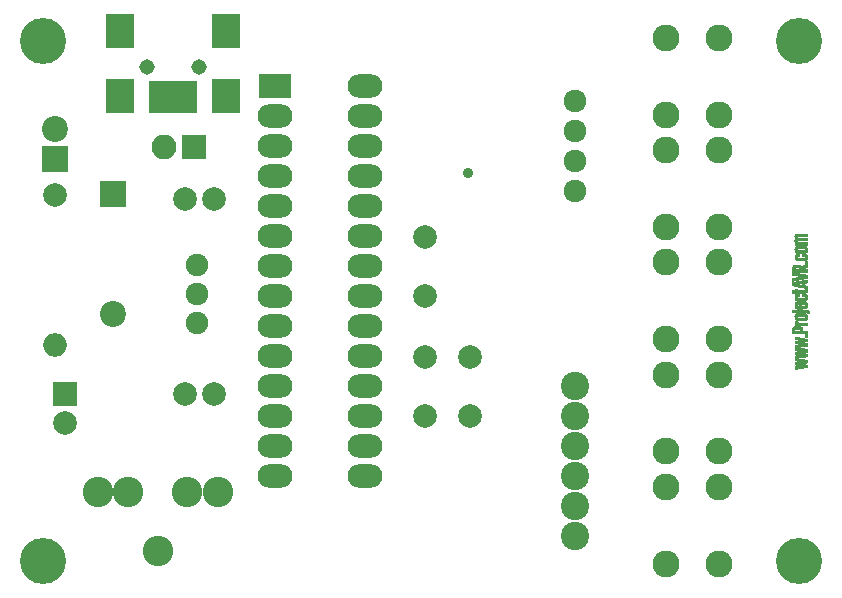
<source format=gts>
G04 #@! TF.FileFunction,Soldermask,Top*
%FSLAX46Y46*%
G04 Gerber Fmt 4.6, Leading zero omitted, Abs format (unit mm)*
G04 Created by KiCad (PCBNEW 4.0.5) date 07/20/17 14:13:58*
%MOMM*%
%LPD*%
G01*
G04 APERTURE LIST*
%ADD10C,0.100000*%
%ADD11C,0.010000*%
%ADD12C,2.000000*%
%ADD13R,2.000000X2.000000*%
%ADD14R,2.200000X2.200000*%
%ADD15C,2.200000*%
%ADD16C,1.924000*%
%ADD17R,2.800000X2.000000*%
%ADD18O,2.940000X2.000000*%
%ADD19R,2.398980X2.899360*%
%ADD20C,1.309320*%
%ADD21R,0.900380X2.701240*%
%ADD22R,2.100000X2.100000*%
%ADD23O,2.100000X2.100000*%
%ADD24C,1.900000*%
%ADD25O,2.000000X2.000000*%
%ADD26C,2.279600*%
%ADD27C,2.400000*%
%ADD28C,2.581860*%
%ADD29C,3.900000*%
%ADD30C,0.880000*%
G04 APERTURE END LIST*
D10*
D11*
G36*
X179173591Y-102746125D02*
X179308231Y-102746567D01*
X179431796Y-102747827D01*
X179540578Y-102749809D01*
X179630870Y-102752414D01*
X179698966Y-102755546D01*
X179741158Y-102759107D01*
X179752268Y-102761318D01*
X179795841Y-102793942D01*
X179826409Y-102850119D01*
X179840719Y-102923186D01*
X179841375Y-102943775D01*
X179841375Y-103016000D01*
X179778433Y-103016000D01*
X179730387Y-103010627D01*
X179703405Y-102992065D01*
X179698500Y-102984250D01*
X179692809Y-102975594D01*
X179683801Y-102968673D01*
X179668181Y-102963292D01*
X179642652Y-102959259D01*
X179603917Y-102956379D01*
X179548680Y-102954459D01*
X179473645Y-102953305D01*
X179375515Y-102952724D01*
X179250994Y-102952521D01*
X179158191Y-102952500D01*
X178634875Y-102952500D01*
X178634875Y-102746125D01*
X179173591Y-102746125D01*
X179173591Y-102746125D01*
G37*
X179173591Y-102746125D02*
X179308231Y-102746567D01*
X179431796Y-102747827D01*
X179540578Y-102749809D01*
X179630870Y-102752414D01*
X179698966Y-102755546D01*
X179741158Y-102759107D01*
X179752268Y-102761318D01*
X179795841Y-102793942D01*
X179826409Y-102850119D01*
X179840719Y-102923186D01*
X179841375Y-102943775D01*
X179841375Y-103016000D01*
X179778433Y-103016000D01*
X179730387Y-103010627D01*
X179703405Y-102992065D01*
X179698500Y-102984250D01*
X179692809Y-102975594D01*
X179683801Y-102968673D01*
X179668181Y-102963292D01*
X179642652Y-102959259D01*
X179603917Y-102956379D01*
X179548680Y-102954459D01*
X179473645Y-102953305D01*
X179375515Y-102952724D01*
X179250994Y-102952521D01*
X179158191Y-102952500D01*
X178634875Y-102952500D01*
X178634875Y-102746125D01*
X179173591Y-102746125D01*
G36*
X178634055Y-103224300D02*
X178673141Y-103149212D01*
X178712584Y-103107151D01*
X178746841Y-103081904D01*
X178784831Y-103062881D01*
X178831477Y-103049252D01*
X178891697Y-103040190D01*
X178970413Y-103034867D01*
X179072544Y-103032454D01*
X179158750Y-103032053D01*
X179254097Y-103032982D01*
X179342497Y-103035556D01*
X179417328Y-103039451D01*
X179471967Y-103044347D01*
X179495600Y-103048449D01*
X179568123Y-103081476D01*
X179631328Y-103133628D01*
X179674456Y-103195833D01*
X179676846Y-103201281D01*
X179692332Y-103263072D01*
X179697086Y-103338631D01*
X179691155Y-103413066D01*
X179675999Y-103468438D01*
X179636699Y-103528552D01*
X179580108Y-103582539D01*
X179519053Y-103618172D01*
X179518872Y-103618241D01*
X179487605Y-103623940D01*
X179429176Y-103628688D01*
X179348165Y-103632273D01*
X179249153Y-103634484D01*
X179155991Y-103635100D01*
X179155991Y-103428750D01*
X179265153Y-103428423D01*
X179346992Y-103427212D01*
X179405933Y-103424774D01*
X179446398Y-103420767D01*
X179472811Y-103414847D01*
X179489596Y-103406671D01*
X179494843Y-103402478D01*
X179519690Y-103361640D01*
X179521168Y-103314109D01*
X179499850Y-103272658D01*
X179488592Y-103262963D01*
X179470297Y-103253915D01*
X179442029Y-103247288D01*
X179399298Y-103242745D01*
X179337612Y-103239951D01*
X179252480Y-103238568D01*
X179158750Y-103238250D01*
X179050257Y-103238702D01*
X178969013Y-103240279D01*
X178910527Y-103243320D01*
X178870306Y-103248161D01*
X178843860Y-103255137D01*
X178828907Y-103262963D01*
X178800291Y-103300162D01*
X178795375Y-103347654D01*
X178814926Y-103393773D01*
X178819897Y-103399719D01*
X178831609Y-103409786D01*
X178848904Y-103417235D01*
X178876264Y-103422453D01*
X178918167Y-103425826D01*
X178979092Y-103427741D01*
X179063518Y-103428585D01*
X179155991Y-103428750D01*
X179155991Y-103635100D01*
X179152275Y-103635125D01*
X179042550Y-103634943D01*
X178959561Y-103634084D01*
X178898295Y-103632079D01*
X178853737Y-103628460D01*
X178820876Y-103622757D01*
X178794697Y-103614503D01*
X178770187Y-103603229D01*
X178761240Y-103598570D01*
X178695070Y-103546928D01*
X178648582Y-103476763D01*
X178622461Y-103394992D01*
X178617390Y-103308532D01*
X178634055Y-103224300D01*
X178634055Y-103224300D01*
G37*
X178634055Y-103224300D02*
X178673141Y-103149212D01*
X178712584Y-103107151D01*
X178746841Y-103081904D01*
X178784831Y-103062881D01*
X178831477Y-103049252D01*
X178891697Y-103040190D01*
X178970413Y-103034867D01*
X179072544Y-103032454D01*
X179158750Y-103032053D01*
X179254097Y-103032982D01*
X179342497Y-103035556D01*
X179417328Y-103039451D01*
X179471967Y-103044347D01*
X179495600Y-103048449D01*
X179568123Y-103081476D01*
X179631328Y-103133628D01*
X179674456Y-103195833D01*
X179676846Y-103201281D01*
X179692332Y-103263072D01*
X179697086Y-103338631D01*
X179691155Y-103413066D01*
X179675999Y-103468438D01*
X179636699Y-103528552D01*
X179580108Y-103582539D01*
X179519053Y-103618172D01*
X179518872Y-103618241D01*
X179487605Y-103623940D01*
X179429176Y-103628688D01*
X179348165Y-103632273D01*
X179249153Y-103634484D01*
X179155991Y-103635100D01*
X179155991Y-103428750D01*
X179265153Y-103428423D01*
X179346992Y-103427212D01*
X179405933Y-103424774D01*
X179446398Y-103420767D01*
X179472811Y-103414847D01*
X179489596Y-103406671D01*
X179494843Y-103402478D01*
X179519690Y-103361640D01*
X179521168Y-103314109D01*
X179499850Y-103272658D01*
X179488592Y-103262963D01*
X179470297Y-103253915D01*
X179442029Y-103247288D01*
X179399298Y-103242745D01*
X179337612Y-103239951D01*
X179252480Y-103238568D01*
X179158750Y-103238250D01*
X179050257Y-103238702D01*
X178969013Y-103240279D01*
X178910527Y-103243320D01*
X178870306Y-103248161D01*
X178843860Y-103255137D01*
X178828907Y-103262963D01*
X178800291Y-103300162D01*
X178795375Y-103347654D01*
X178814926Y-103393773D01*
X178819897Y-103399719D01*
X178831609Y-103409786D01*
X178848904Y-103417235D01*
X178876264Y-103422453D01*
X178918167Y-103425826D01*
X178979092Y-103427741D01*
X179063518Y-103428585D01*
X179155991Y-103428750D01*
X179155991Y-103635100D01*
X179152275Y-103635125D01*
X179042550Y-103634943D01*
X178959561Y-103634084D01*
X178898295Y-103632079D01*
X178853737Y-103628460D01*
X178820876Y-103622757D01*
X178794697Y-103614503D01*
X178770187Y-103603229D01*
X178761240Y-103598570D01*
X178695070Y-103546928D01*
X178648582Y-103476763D01*
X178622461Y-103394992D01*
X178617390Y-103308532D01*
X178634055Y-103224300D01*
G36*
X178632763Y-102247207D02*
X178657503Y-102184778D01*
X178701576Y-102132483D01*
X178736175Y-102104169D01*
X178759114Y-102089999D01*
X178787644Y-102080146D01*
X178828205Y-102073595D01*
X178887239Y-102069331D01*
X178971186Y-102066339D01*
X178977288Y-102066175D01*
X179174625Y-102060911D01*
X179174625Y-102444500D01*
X179313967Y-102444500D01*
X179402791Y-102441218D01*
X179464281Y-102430206D01*
X179502283Y-102409721D01*
X179520644Y-102378015D01*
X179523875Y-102349250D01*
X179511792Y-102302595D01*
X179474649Y-102271897D01*
X179411096Y-102256369D01*
X179361592Y-102254000D01*
X179269875Y-102254000D01*
X179269875Y-102060242D01*
X179403660Y-102065840D01*
X179488335Y-102072849D01*
X179550372Y-102088238D01*
X179598573Y-102115972D01*
X179641744Y-102160017D01*
X179657341Y-102180083D01*
X179682358Y-102234383D01*
X179695245Y-102306707D01*
X179695630Y-102385587D01*
X179683143Y-102459554D01*
X179667695Y-102500063D01*
X179632459Y-102550915D01*
X179586639Y-102596003D01*
X179576774Y-102603250D01*
X179556550Y-102616324D01*
X179536432Y-102626229D01*
X179511777Y-102633482D01*
X179477944Y-102638596D01*
X179430293Y-102642086D01*
X179364182Y-102644467D01*
X179274969Y-102646254D01*
X179175840Y-102647713D01*
X179062796Y-102649166D01*
X178976705Y-102649702D01*
X178938960Y-102649253D01*
X178938960Y-102444500D01*
X179031750Y-102444500D01*
X179031750Y-102249591D01*
X178935906Y-102258282D01*
X178864950Y-102268672D01*
X178820755Y-102286197D01*
X178798618Y-102313757D01*
X178793625Y-102345976D01*
X178803676Y-102395200D01*
X178835640Y-102426631D01*
X178892228Y-102442107D01*
X178938960Y-102444500D01*
X178938960Y-102649253D01*
X178912771Y-102648941D01*
X178866201Y-102646506D01*
X178832202Y-102642019D01*
X178805979Y-102635101D01*
X178782739Y-102625375D01*
X178762712Y-102615126D01*
X178691427Y-102562463D01*
X178645313Y-102492404D01*
X178623531Y-102403246D01*
X178622238Y-102329914D01*
X178632763Y-102247207D01*
X178632763Y-102247207D01*
G37*
X178632763Y-102247207D02*
X178657503Y-102184778D01*
X178701576Y-102132483D01*
X178736175Y-102104169D01*
X178759114Y-102089999D01*
X178787644Y-102080146D01*
X178828205Y-102073595D01*
X178887239Y-102069331D01*
X178971186Y-102066339D01*
X178977288Y-102066175D01*
X179174625Y-102060911D01*
X179174625Y-102444500D01*
X179313967Y-102444500D01*
X179402791Y-102441218D01*
X179464281Y-102430206D01*
X179502283Y-102409721D01*
X179520644Y-102378015D01*
X179523875Y-102349250D01*
X179511792Y-102302595D01*
X179474649Y-102271897D01*
X179411096Y-102256369D01*
X179361592Y-102254000D01*
X179269875Y-102254000D01*
X179269875Y-102060242D01*
X179403660Y-102065840D01*
X179488335Y-102072849D01*
X179550372Y-102088238D01*
X179598573Y-102115972D01*
X179641744Y-102160017D01*
X179657341Y-102180083D01*
X179682358Y-102234383D01*
X179695245Y-102306707D01*
X179695630Y-102385587D01*
X179683143Y-102459554D01*
X179667695Y-102500063D01*
X179632459Y-102550915D01*
X179586639Y-102596003D01*
X179576774Y-102603250D01*
X179556550Y-102616324D01*
X179536432Y-102626229D01*
X179511777Y-102633482D01*
X179477944Y-102638596D01*
X179430293Y-102642086D01*
X179364182Y-102644467D01*
X179274969Y-102646254D01*
X179175840Y-102647713D01*
X179062796Y-102649166D01*
X178976705Y-102649702D01*
X178938960Y-102649253D01*
X178938960Y-102444500D01*
X179031750Y-102444500D01*
X179031750Y-102249591D01*
X178935906Y-102258282D01*
X178864950Y-102268672D01*
X178820755Y-102286197D01*
X178798618Y-102313757D01*
X178793625Y-102345976D01*
X178803676Y-102395200D01*
X178835640Y-102426631D01*
X178892228Y-102442107D01*
X178938960Y-102444500D01*
X178938960Y-102649253D01*
X178912771Y-102648941D01*
X178866201Y-102646506D01*
X178832202Y-102642019D01*
X178805979Y-102635101D01*
X178782739Y-102625375D01*
X178762712Y-102615126D01*
X178691427Y-102562463D01*
X178645313Y-102492404D01*
X178623531Y-102403246D01*
X178622238Y-102329914D01*
X178632763Y-102247207D01*
G36*
X178637750Y-101565402D02*
X178673550Y-101491530D01*
X178731142Y-101440063D01*
X178812030Y-101409518D01*
X178889382Y-101399418D01*
X179000000Y-101393168D01*
X179000000Y-101603125D01*
X178915862Y-101603125D01*
X178851871Y-101607930D01*
X178813585Y-101624474D01*
X178796128Y-101655949D01*
X178793625Y-101683215D01*
X178795780Y-101713767D01*
X178804781Y-101736960D01*
X178824432Y-101753795D01*
X178858536Y-101765275D01*
X178910897Y-101772402D01*
X178985318Y-101776178D01*
X179085603Y-101777604D01*
X179152498Y-101777750D01*
X179270972Y-101777106D01*
X179361423Y-101774538D01*
X179427563Y-101769095D01*
X179473104Y-101759824D01*
X179501758Y-101745773D01*
X179517237Y-101725990D01*
X179523253Y-101699524D01*
X179523875Y-101682500D01*
X179511792Y-101635845D01*
X179474649Y-101605147D01*
X179411096Y-101589619D01*
X179361592Y-101587250D01*
X179269875Y-101587250D01*
X179269875Y-101393492D01*
X179403660Y-101399090D01*
X179488335Y-101406099D01*
X179550372Y-101421488D01*
X179598573Y-101449222D01*
X179641744Y-101493267D01*
X179657341Y-101513333D01*
X179682358Y-101567633D01*
X179695245Y-101639957D01*
X179695630Y-101718837D01*
X179683143Y-101792804D01*
X179667695Y-101833313D01*
X179632459Y-101884165D01*
X179586639Y-101929253D01*
X179576774Y-101936500D01*
X179556550Y-101949574D01*
X179536432Y-101959479D01*
X179511777Y-101966732D01*
X179477944Y-101971846D01*
X179430293Y-101975336D01*
X179364182Y-101977717D01*
X179274969Y-101979504D01*
X179175840Y-101980963D01*
X179062796Y-101982416D01*
X178976705Y-101982952D01*
X178912771Y-101982191D01*
X178866201Y-101979756D01*
X178832202Y-101975269D01*
X178805979Y-101968351D01*
X178782739Y-101958625D01*
X178762712Y-101948376D01*
X178691427Y-101895713D01*
X178645313Y-101825654D01*
X178623531Y-101736496D01*
X178622238Y-101663164D01*
X178637750Y-101565402D01*
X178637750Y-101565402D01*
G37*
X178637750Y-101565402D02*
X178673550Y-101491530D01*
X178731142Y-101440063D01*
X178812030Y-101409518D01*
X178889382Y-101399418D01*
X179000000Y-101393168D01*
X179000000Y-101603125D01*
X178915862Y-101603125D01*
X178851871Y-101607930D01*
X178813585Y-101624474D01*
X178796128Y-101655949D01*
X178793625Y-101683215D01*
X178795780Y-101713767D01*
X178804781Y-101736960D01*
X178824432Y-101753795D01*
X178858536Y-101765275D01*
X178910897Y-101772402D01*
X178985318Y-101776178D01*
X179085603Y-101777604D01*
X179152498Y-101777750D01*
X179270972Y-101777106D01*
X179361423Y-101774538D01*
X179427563Y-101769095D01*
X179473104Y-101759824D01*
X179501758Y-101745773D01*
X179517237Y-101725990D01*
X179523253Y-101699524D01*
X179523875Y-101682500D01*
X179511792Y-101635845D01*
X179474649Y-101605147D01*
X179411096Y-101589619D01*
X179361592Y-101587250D01*
X179269875Y-101587250D01*
X179269875Y-101393492D01*
X179403660Y-101399090D01*
X179488335Y-101406099D01*
X179550372Y-101421488D01*
X179598573Y-101449222D01*
X179641744Y-101493267D01*
X179657341Y-101513333D01*
X179682358Y-101567633D01*
X179695245Y-101639957D01*
X179695630Y-101718837D01*
X179683143Y-101792804D01*
X179667695Y-101833313D01*
X179632459Y-101884165D01*
X179586639Y-101929253D01*
X179576774Y-101936500D01*
X179556550Y-101949574D01*
X179536432Y-101959479D01*
X179511777Y-101966732D01*
X179477944Y-101971846D01*
X179430293Y-101975336D01*
X179364182Y-101977717D01*
X179274969Y-101979504D01*
X179175840Y-101980963D01*
X179062796Y-101982416D01*
X178976705Y-101982952D01*
X178912771Y-101982191D01*
X178866201Y-101979756D01*
X178832202Y-101975269D01*
X178805979Y-101968351D01*
X178782739Y-101958625D01*
X178762712Y-101948376D01*
X178691427Y-101895713D01*
X178645313Y-101825654D01*
X178623531Y-101736496D01*
X178622238Y-101663164D01*
X178637750Y-101565402D01*
G36*
X178637750Y-98152277D02*
X178673550Y-98078405D01*
X178731142Y-98026938D01*
X178812030Y-97996393D01*
X178889382Y-97986293D01*
X179000000Y-97980043D01*
X179000000Y-98190000D01*
X178915862Y-98190000D01*
X178851871Y-98194805D01*
X178813585Y-98211349D01*
X178796128Y-98242824D01*
X178793625Y-98270090D01*
X178795780Y-98300642D01*
X178804781Y-98323835D01*
X178824432Y-98340670D01*
X178858536Y-98352150D01*
X178910897Y-98359277D01*
X178985318Y-98363053D01*
X179085603Y-98364479D01*
X179152498Y-98364625D01*
X179270972Y-98363981D01*
X179361423Y-98361413D01*
X179427563Y-98355970D01*
X179473104Y-98346699D01*
X179501758Y-98332648D01*
X179517237Y-98312865D01*
X179523253Y-98286399D01*
X179523875Y-98269375D01*
X179511792Y-98222720D01*
X179474649Y-98192022D01*
X179411096Y-98176494D01*
X179361592Y-98174125D01*
X179269875Y-98174125D01*
X179269875Y-97980367D01*
X179403660Y-97985965D01*
X179488335Y-97992974D01*
X179550372Y-98008363D01*
X179598573Y-98036097D01*
X179641744Y-98080142D01*
X179657341Y-98100208D01*
X179682358Y-98154508D01*
X179695245Y-98226832D01*
X179695630Y-98305712D01*
X179683143Y-98379679D01*
X179667695Y-98420188D01*
X179632459Y-98471040D01*
X179586639Y-98516128D01*
X179576774Y-98523375D01*
X179556550Y-98536449D01*
X179536432Y-98546354D01*
X179511777Y-98553607D01*
X179477944Y-98558721D01*
X179430293Y-98562211D01*
X179364182Y-98564592D01*
X179274969Y-98566379D01*
X179175840Y-98567838D01*
X179062796Y-98569291D01*
X178976705Y-98569827D01*
X178912771Y-98569066D01*
X178866201Y-98566631D01*
X178832202Y-98562144D01*
X178805979Y-98555226D01*
X178782739Y-98545500D01*
X178762712Y-98535251D01*
X178691427Y-98482588D01*
X178645313Y-98412529D01*
X178623531Y-98323371D01*
X178622238Y-98250039D01*
X178637750Y-98152277D01*
X178637750Y-98152277D01*
G37*
X178637750Y-98152277D02*
X178673550Y-98078405D01*
X178731142Y-98026938D01*
X178812030Y-97996393D01*
X178889382Y-97986293D01*
X179000000Y-97980043D01*
X179000000Y-98190000D01*
X178915862Y-98190000D01*
X178851871Y-98194805D01*
X178813585Y-98211349D01*
X178796128Y-98242824D01*
X178793625Y-98270090D01*
X178795780Y-98300642D01*
X178804781Y-98323835D01*
X178824432Y-98340670D01*
X178858536Y-98352150D01*
X178910897Y-98359277D01*
X178985318Y-98363053D01*
X179085603Y-98364479D01*
X179152498Y-98364625D01*
X179270972Y-98363981D01*
X179361423Y-98361413D01*
X179427563Y-98355970D01*
X179473104Y-98346699D01*
X179501758Y-98332648D01*
X179517237Y-98312865D01*
X179523253Y-98286399D01*
X179523875Y-98269375D01*
X179511792Y-98222720D01*
X179474649Y-98192022D01*
X179411096Y-98176494D01*
X179361592Y-98174125D01*
X179269875Y-98174125D01*
X179269875Y-97980367D01*
X179403660Y-97985965D01*
X179488335Y-97992974D01*
X179550372Y-98008363D01*
X179598573Y-98036097D01*
X179641744Y-98080142D01*
X179657341Y-98100208D01*
X179682358Y-98154508D01*
X179695245Y-98226832D01*
X179695630Y-98305712D01*
X179683143Y-98379679D01*
X179667695Y-98420188D01*
X179632459Y-98471040D01*
X179586639Y-98516128D01*
X179576774Y-98523375D01*
X179556550Y-98536449D01*
X179536432Y-98546354D01*
X179511777Y-98553607D01*
X179477944Y-98558721D01*
X179430293Y-98562211D01*
X179364182Y-98564592D01*
X179274969Y-98566379D01*
X179175840Y-98567838D01*
X179062796Y-98569291D01*
X178976705Y-98569827D01*
X178912771Y-98569066D01*
X178866201Y-98566631D01*
X178832202Y-98562144D01*
X178805979Y-98555226D01*
X178782739Y-98545500D01*
X178762712Y-98535251D01*
X178691427Y-98482588D01*
X178645313Y-98412529D01*
X178623531Y-98323371D01*
X178622238Y-98250039D01*
X178637750Y-98152277D01*
G36*
X178634055Y-97525175D02*
X178673141Y-97450087D01*
X178712584Y-97408026D01*
X178746841Y-97382779D01*
X178784831Y-97363756D01*
X178831477Y-97350127D01*
X178891697Y-97341065D01*
X178970413Y-97335742D01*
X179072544Y-97333329D01*
X179158750Y-97332928D01*
X179254097Y-97333857D01*
X179342497Y-97336431D01*
X179417328Y-97340326D01*
X179471967Y-97345222D01*
X179495600Y-97349324D01*
X179568123Y-97382351D01*
X179631328Y-97434503D01*
X179674456Y-97496708D01*
X179676846Y-97502156D01*
X179692332Y-97563947D01*
X179697086Y-97639506D01*
X179691155Y-97713941D01*
X179675999Y-97769313D01*
X179636699Y-97829427D01*
X179580108Y-97883414D01*
X179519053Y-97919047D01*
X179518872Y-97919116D01*
X179487605Y-97924815D01*
X179429176Y-97929563D01*
X179348165Y-97933148D01*
X179249153Y-97935359D01*
X179155991Y-97935975D01*
X179155991Y-97729625D01*
X179265153Y-97729298D01*
X179346992Y-97728087D01*
X179405933Y-97725649D01*
X179446398Y-97721642D01*
X179472811Y-97715722D01*
X179489596Y-97707546D01*
X179494843Y-97703353D01*
X179519690Y-97662515D01*
X179521168Y-97614984D01*
X179499850Y-97573533D01*
X179488592Y-97563838D01*
X179470297Y-97554790D01*
X179442029Y-97548163D01*
X179399298Y-97543620D01*
X179337612Y-97540826D01*
X179252480Y-97539443D01*
X179158750Y-97539125D01*
X179050257Y-97539577D01*
X178969013Y-97541154D01*
X178910527Y-97544195D01*
X178870306Y-97549036D01*
X178843860Y-97556012D01*
X178828907Y-97563838D01*
X178800291Y-97601037D01*
X178795375Y-97648529D01*
X178814926Y-97694648D01*
X178819897Y-97700594D01*
X178831609Y-97710661D01*
X178848904Y-97718110D01*
X178876264Y-97723328D01*
X178918167Y-97726701D01*
X178979092Y-97728616D01*
X179063518Y-97729460D01*
X179155991Y-97729625D01*
X179155991Y-97935975D01*
X179152275Y-97936000D01*
X179042550Y-97935818D01*
X178959561Y-97934959D01*
X178898295Y-97932954D01*
X178853737Y-97929335D01*
X178820876Y-97923632D01*
X178794697Y-97915378D01*
X178770187Y-97904104D01*
X178761240Y-97899445D01*
X178695070Y-97847803D01*
X178648582Y-97777638D01*
X178622461Y-97695867D01*
X178617390Y-97609407D01*
X178634055Y-97525175D01*
X178634055Y-97525175D01*
G37*
X178634055Y-97525175D02*
X178673141Y-97450087D01*
X178712584Y-97408026D01*
X178746841Y-97382779D01*
X178784831Y-97363756D01*
X178831477Y-97350127D01*
X178891697Y-97341065D01*
X178970413Y-97335742D01*
X179072544Y-97333329D01*
X179158750Y-97332928D01*
X179254097Y-97333857D01*
X179342497Y-97336431D01*
X179417328Y-97340326D01*
X179471967Y-97345222D01*
X179495600Y-97349324D01*
X179568123Y-97382351D01*
X179631328Y-97434503D01*
X179674456Y-97496708D01*
X179676846Y-97502156D01*
X179692332Y-97563947D01*
X179697086Y-97639506D01*
X179691155Y-97713941D01*
X179675999Y-97769313D01*
X179636699Y-97829427D01*
X179580108Y-97883414D01*
X179519053Y-97919047D01*
X179518872Y-97919116D01*
X179487605Y-97924815D01*
X179429176Y-97929563D01*
X179348165Y-97933148D01*
X179249153Y-97935359D01*
X179155991Y-97935975D01*
X179155991Y-97729625D01*
X179265153Y-97729298D01*
X179346992Y-97728087D01*
X179405933Y-97725649D01*
X179446398Y-97721642D01*
X179472811Y-97715722D01*
X179489596Y-97707546D01*
X179494843Y-97703353D01*
X179519690Y-97662515D01*
X179521168Y-97614984D01*
X179499850Y-97573533D01*
X179488592Y-97563838D01*
X179470297Y-97554790D01*
X179442029Y-97548163D01*
X179399298Y-97543620D01*
X179337612Y-97540826D01*
X179252480Y-97539443D01*
X179158750Y-97539125D01*
X179050257Y-97539577D01*
X178969013Y-97541154D01*
X178910527Y-97544195D01*
X178870306Y-97549036D01*
X178843860Y-97556012D01*
X178828907Y-97563838D01*
X178800291Y-97601037D01*
X178795375Y-97648529D01*
X178814926Y-97694648D01*
X178819897Y-97700594D01*
X178831609Y-97710661D01*
X178848904Y-97718110D01*
X178876264Y-97723328D01*
X178918167Y-97726701D01*
X178979092Y-97728616D01*
X179063518Y-97729460D01*
X179155991Y-97729625D01*
X179155991Y-97935975D01*
X179152275Y-97936000D01*
X179042550Y-97935818D01*
X178959561Y-97934959D01*
X178898295Y-97932954D01*
X178853737Y-97929335D01*
X178820876Y-97923632D01*
X178794697Y-97915378D01*
X178770187Y-97904104D01*
X178761240Y-97899445D01*
X178695070Y-97847803D01*
X178648582Y-97777638D01*
X178622461Y-97695867D01*
X178617390Y-97609407D01*
X178634055Y-97525175D01*
G36*
X178634864Y-107581110D02*
X178640706Y-107560912D01*
X178655651Y-107546222D01*
X178683603Y-107535342D01*
X178728466Y-107526572D01*
X178794144Y-107518213D01*
X178884540Y-107508567D01*
X178968250Y-107499751D01*
X179052764Y-107490504D01*
X179125292Y-107482189D01*
X179180358Y-107475464D01*
X179212485Y-107470988D01*
X179218449Y-107469683D01*
X179205026Y-107466059D01*
X179165236Y-107458347D01*
X179104070Y-107447443D01*
X179026518Y-107434241D01*
X178956511Y-107422705D01*
X178848295Y-107405253D01*
X178767376Y-107391834D01*
X178709818Y-107380786D01*
X178671683Y-107370448D01*
X178649035Y-107359156D01*
X178637935Y-107345250D01*
X178634446Y-107327067D01*
X178634632Y-107302945D01*
X178634875Y-107286935D01*
X178634875Y-107210260D01*
X178734093Y-107193258D01*
X178794048Y-107183179D01*
X178872657Y-107170230D01*
X178957212Y-107156497D01*
X179000000Y-107149629D01*
X179069681Y-107137725D01*
X179127497Y-107126400D01*
X179166352Y-107117132D01*
X179178809Y-107112397D01*
X179167883Y-107107441D01*
X179130104Y-107100189D01*
X179070228Y-107091352D01*
X178993010Y-107081637D01*
X178912903Y-107072760D01*
X178634875Y-107043727D01*
X178634875Y-106950739D01*
X178637660Y-106892292D01*
X178646329Y-106862951D01*
X178654718Y-106858416D01*
X178674773Y-106860876D01*
X178722296Y-106867536D01*
X178793363Y-106877822D01*
X178884053Y-106891159D01*
X178990445Y-106906971D01*
X179108616Y-106924684D01*
X179174625Y-106934638D01*
X179674687Y-107010195D01*
X179684027Y-107202665D01*
X179496795Y-107230862D01*
X179370063Y-107249997D01*
X179271643Y-107265058D01*
X179198443Y-107276648D01*
X179147370Y-107285366D01*
X179115331Y-107291816D01*
X179099234Y-107296597D01*
X179095988Y-107300311D01*
X179102499Y-107303560D01*
X179111125Y-107305859D01*
X179139688Y-107311577D01*
X179193440Y-107321262D01*
X179266223Y-107333845D01*
X179351876Y-107348256D01*
X179416718Y-107358945D01*
X179682625Y-107402401D01*
X179682625Y-107494898D01*
X179681338Y-107547550D01*
X179675542Y-107576668D01*
X179662327Y-107590428D01*
X179646906Y-107595345D01*
X179622628Y-107599668D01*
X179572446Y-107607817D01*
X179501048Y-107619080D01*
X179413116Y-107632746D01*
X179313338Y-107648106D01*
X179206396Y-107664448D01*
X179096978Y-107681061D01*
X178989767Y-107697234D01*
X178889449Y-107712257D01*
X178800709Y-107725419D01*
X178728232Y-107736008D01*
X178676703Y-107743315D01*
X178650808Y-107746628D01*
X178648990Y-107746750D01*
X178641763Y-107732280D01*
X178636673Y-107694456D01*
X178634875Y-107644824D01*
X178634221Y-107608514D01*
X178634864Y-107581110D01*
X178634864Y-107581110D01*
G37*
X178634864Y-107581110D02*
X178640706Y-107560912D01*
X178655651Y-107546222D01*
X178683603Y-107535342D01*
X178728466Y-107526572D01*
X178794144Y-107518213D01*
X178884540Y-107508567D01*
X178968250Y-107499751D01*
X179052764Y-107490504D01*
X179125292Y-107482189D01*
X179180358Y-107475464D01*
X179212485Y-107470988D01*
X179218449Y-107469683D01*
X179205026Y-107466059D01*
X179165236Y-107458347D01*
X179104070Y-107447443D01*
X179026518Y-107434241D01*
X178956511Y-107422705D01*
X178848295Y-107405253D01*
X178767376Y-107391834D01*
X178709818Y-107380786D01*
X178671683Y-107370448D01*
X178649035Y-107359156D01*
X178637935Y-107345250D01*
X178634446Y-107327067D01*
X178634632Y-107302945D01*
X178634875Y-107286935D01*
X178634875Y-107210260D01*
X178734093Y-107193258D01*
X178794048Y-107183179D01*
X178872657Y-107170230D01*
X178957212Y-107156497D01*
X179000000Y-107149629D01*
X179069681Y-107137725D01*
X179127497Y-107126400D01*
X179166352Y-107117132D01*
X179178809Y-107112397D01*
X179167883Y-107107441D01*
X179130104Y-107100189D01*
X179070228Y-107091352D01*
X178993010Y-107081637D01*
X178912903Y-107072760D01*
X178634875Y-107043727D01*
X178634875Y-106950739D01*
X178637660Y-106892292D01*
X178646329Y-106862951D01*
X178654718Y-106858416D01*
X178674773Y-106860876D01*
X178722296Y-106867536D01*
X178793363Y-106877822D01*
X178884053Y-106891159D01*
X178990445Y-106906971D01*
X179108616Y-106924684D01*
X179174625Y-106934638D01*
X179674687Y-107010195D01*
X179684027Y-107202665D01*
X179496795Y-107230862D01*
X179370063Y-107249997D01*
X179271643Y-107265058D01*
X179198443Y-107276648D01*
X179147370Y-107285366D01*
X179115331Y-107291816D01*
X179099234Y-107296597D01*
X179095988Y-107300311D01*
X179102499Y-107303560D01*
X179111125Y-107305859D01*
X179139688Y-107311577D01*
X179193440Y-107321262D01*
X179266223Y-107333845D01*
X179351876Y-107348256D01*
X179416718Y-107358945D01*
X179682625Y-107402401D01*
X179682625Y-107494898D01*
X179681338Y-107547550D01*
X179675542Y-107576668D01*
X179662327Y-107590428D01*
X179646906Y-107595345D01*
X179622628Y-107599668D01*
X179572446Y-107607817D01*
X179501048Y-107619080D01*
X179413116Y-107632746D01*
X179313338Y-107648106D01*
X179206396Y-107664448D01*
X179096978Y-107681061D01*
X178989767Y-107697234D01*
X178889449Y-107712257D01*
X178800709Y-107725419D01*
X178728232Y-107736008D01*
X178676703Y-107743315D01*
X178650808Y-107746628D01*
X178648990Y-107746750D01*
X178641763Y-107732280D01*
X178636673Y-107694456D01*
X178634875Y-107644824D01*
X178634221Y-107608514D01*
X178634864Y-107581110D01*
G36*
X178634864Y-106676235D02*
X178640706Y-106656037D01*
X178655651Y-106641347D01*
X178683603Y-106630467D01*
X178728466Y-106621697D01*
X178794144Y-106613338D01*
X178884540Y-106603692D01*
X178968250Y-106594876D01*
X179052764Y-106585629D01*
X179125292Y-106577314D01*
X179180358Y-106570589D01*
X179212485Y-106566113D01*
X179218449Y-106564808D01*
X179205026Y-106561184D01*
X179165236Y-106553472D01*
X179104070Y-106542568D01*
X179026518Y-106529366D01*
X178956511Y-106517830D01*
X178848295Y-106500378D01*
X178767376Y-106486959D01*
X178709818Y-106475911D01*
X178671683Y-106465573D01*
X178649035Y-106454281D01*
X178637935Y-106440375D01*
X178634446Y-106422192D01*
X178634632Y-106398070D01*
X178634875Y-106382060D01*
X178634875Y-106305385D01*
X178734093Y-106288383D01*
X178794048Y-106278304D01*
X178872657Y-106265355D01*
X178957212Y-106251622D01*
X179000000Y-106244754D01*
X179069681Y-106232850D01*
X179127497Y-106221525D01*
X179166352Y-106212257D01*
X179178809Y-106207522D01*
X179167883Y-106202566D01*
X179130104Y-106195314D01*
X179070228Y-106186477D01*
X178993010Y-106176762D01*
X178912903Y-106167885D01*
X178634875Y-106138852D01*
X178634875Y-106045864D01*
X178637660Y-105987417D01*
X178646329Y-105958076D01*
X178654718Y-105953541D01*
X178674773Y-105956001D01*
X178722296Y-105962661D01*
X178793363Y-105972947D01*
X178884053Y-105986284D01*
X178990445Y-106002096D01*
X179108616Y-106019809D01*
X179174625Y-106029763D01*
X179674687Y-106105320D01*
X179684027Y-106297790D01*
X179496795Y-106325987D01*
X179370063Y-106345122D01*
X179271643Y-106360183D01*
X179198443Y-106371773D01*
X179147370Y-106380491D01*
X179115331Y-106386941D01*
X179099234Y-106391722D01*
X179095988Y-106395436D01*
X179102499Y-106398685D01*
X179111125Y-106400984D01*
X179139688Y-106406702D01*
X179193440Y-106416387D01*
X179266223Y-106428970D01*
X179351876Y-106443381D01*
X179416718Y-106454070D01*
X179682625Y-106497526D01*
X179682625Y-106590023D01*
X179681338Y-106642675D01*
X179675542Y-106671793D01*
X179662327Y-106685553D01*
X179646906Y-106690470D01*
X179622628Y-106694793D01*
X179572446Y-106702942D01*
X179501048Y-106714205D01*
X179413116Y-106727871D01*
X179313338Y-106743231D01*
X179206396Y-106759573D01*
X179096978Y-106776186D01*
X178989767Y-106792359D01*
X178889449Y-106807382D01*
X178800709Y-106820544D01*
X178728232Y-106831133D01*
X178676703Y-106838440D01*
X178650808Y-106841753D01*
X178648990Y-106841875D01*
X178641763Y-106827405D01*
X178636673Y-106789581D01*
X178634875Y-106739949D01*
X178634221Y-106703639D01*
X178634864Y-106676235D01*
X178634864Y-106676235D01*
G37*
X178634864Y-106676235D02*
X178640706Y-106656037D01*
X178655651Y-106641347D01*
X178683603Y-106630467D01*
X178728466Y-106621697D01*
X178794144Y-106613338D01*
X178884540Y-106603692D01*
X178968250Y-106594876D01*
X179052764Y-106585629D01*
X179125292Y-106577314D01*
X179180358Y-106570589D01*
X179212485Y-106566113D01*
X179218449Y-106564808D01*
X179205026Y-106561184D01*
X179165236Y-106553472D01*
X179104070Y-106542568D01*
X179026518Y-106529366D01*
X178956511Y-106517830D01*
X178848295Y-106500378D01*
X178767376Y-106486959D01*
X178709818Y-106475911D01*
X178671683Y-106465573D01*
X178649035Y-106454281D01*
X178637935Y-106440375D01*
X178634446Y-106422192D01*
X178634632Y-106398070D01*
X178634875Y-106382060D01*
X178634875Y-106305385D01*
X178734093Y-106288383D01*
X178794048Y-106278304D01*
X178872657Y-106265355D01*
X178957212Y-106251622D01*
X179000000Y-106244754D01*
X179069681Y-106232850D01*
X179127497Y-106221525D01*
X179166352Y-106212257D01*
X179178809Y-106207522D01*
X179167883Y-106202566D01*
X179130104Y-106195314D01*
X179070228Y-106186477D01*
X178993010Y-106176762D01*
X178912903Y-106167885D01*
X178634875Y-106138852D01*
X178634875Y-106045864D01*
X178637660Y-105987417D01*
X178646329Y-105958076D01*
X178654718Y-105953541D01*
X178674773Y-105956001D01*
X178722296Y-105962661D01*
X178793363Y-105972947D01*
X178884053Y-105986284D01*
X178990445Y-106002096D01*
X179108616Y-106019809D01*
X179174625Y-106029763D01*
X179674687Y-106105320D01*
X179684027Y-106297790D01*
X179496795Y-106325987D01*
X179370063Y-106345122D01*
X179271643Y-106360183D01*
X179198443Y-106371773D01*
X179147370Y-106380491D01*
X179115331Y-106386941D01*
X179099234Y-106391722D01*
X179095988Y-106395436D01*
X179102499Y-106398685D01*
X179111125Y-106400984D01*
X179139688Y-106406702D01*
X179193440Y-106416387D01*
X179266223Y-106428970D01*
X179351876Y-106443381D01*
X179416718Y-106454070D01*
X179682625Y-106497526D01*
X179682625Y-106590023D01*
X179681338Y-106642675D01*
X179675542Y-106671793D01*
X179662327Y-106685553D01*
X179646906Y-106690470D01*
X179622628Y-106694793D01*
X179572446Y-106702942D01*
X179501048Y-106714205D01*
X179413116Y-106727871D01*
X179313338Y-106743231D01*
X179206396Y-106759573D01*
X179096978Y-106776186D01*
X178989767Y-106792359D01*
X178889449Y-106807382D01*
X178800709Y-106820544D01*
X178728232Y-106831133D01*
X178676703Y-106838440D01*
X178650808Y-106841753D01*
X178648990Y-106841875D01*
X178641763Y-106827405D01*
X178636673Y-106789581D01*
X178634875Y-106739949D01*
X178634221Y-106703639D01*
X178634864Y-106676235D01*
G36*
X178634864Y-105771360D02*
X178640706Y-105751162D01*
X178655651Y-105736472D01*
X178683603Y-105725592D01*
X178728466Y-105716822D01*
X178794144Y-105708463D01*
X178884540Y-105698817D01*
X178968250Y-105690001D01*
X179052764Y-105680754D01*
X179125292Y-105672439D01*
X179180358Y-105665714D01*
X179212485Y-105661238D01*
X179218449Y-105659933D01*
X179205026Y-105656309D01*
X179165236Y-105648597D01*
X179104070Y-105637693D01*
X179026518Y-105624491D01*
X178956511Y-105612955D01*
X178848295Y-105595503D01*
X178767376Y-105582084D01*
X178709818Y-105571036D01*
X178671683Y-105560698D01*
X178649035Y-105549406D01*
X178637935Y-105535500D01*
X178634446Y-105517317D01*
X178634632Y-105493195D01*
X178634875Y-105477185D01*
X178634875Y-105400510D01*
X178734093Y-105383508D01*
X178794048Y-105373429D01*
X178872657Y-105360480D01*
X178957212Y-105346747D01*
X179000000Y-105339879D01*
X179069681Y-105327975D01*
X179127497Y-105316650D01*
X179166352Y-105307382D01*
X179178809Y-105302647D01*
X179167883Y-105297691D01*
X179130104Y-105290439D01*
X179070228Y-105281602D01*
X178993010Y-105271887D01*
X178912903Y-105263010D01*
X178634875Y-105233977D01*
X178634875Y-105140989D01*
X178637660Y-105082542D01*
X178646329Y-105053201D01*
X178654718Y-105048666D01*
X178674773Y-105051126D01*
X178722296Y-105057786D01*
X178793363Y-105068072D01*
X178884053Y-105081409D01*
X178990445Y-105097221D01*
X179108616Y-105114934D01*
X179174625Y-105124888D01*
X179674687Y-105200445D01*
X179684027Y-105392915D01*
X179496795Y-105421112D01*
X179370063Y-105440247D01*
X179271643Y-105455308D01*
X179198443Y-105466898D01*
X179147370Y-105475616D01*
X179115331Y-105482066D01*
X179099234Y-105486847D01*
X179095988Y-105490561D01*
X179102499Y-105493810D01*
X179111125Y-105496109D01*
X179139688Y-105501827D01*
X179193440Y-105511512D01*
X179266223Y-105524095D01*
X179351876Y-105538506D01*
X179416718Y-105549195D01*
X179682625Y-105592651D01*
X179682625Y-105685148D01*
X179681338Y-105737800D01*
X179675542Y-105766918D01*
X179662327Y-105780678D01*
X179646906Y-105785595D01*
X179622628Y-105789918D01*
X179572446Y-105798067D01*
X179501048Y-105809330D01*
X179413116Y-105822996D01*
X179313338Y-105838356D01*
X179206396Y-105854698D01*
X179096978Y-105871311D01*
X178989767Y-105887484D01*
X178889449Y-105902507D01*
X178800709Y-105915669D01*
X178728232Y-105926258D01*
X178676703Y-105933565D01*
X178650808Y-105936878D01*
X178648990Y-105937000D01*
X178641763Y-105922530D01*
X178636673Y-105884706D01*
X178634875Y-105835074D01*
X178634221Y-105798764D01*
X178634864Y-105771360D01*
X178634864Y-105771360D01*
G37*
X178634864Y-105771360D02*
X178640706Y-105751162D01*
X178655651Y-105736472D01*
X178683603Y-105725592D01*
X178728466Y-105716822D01*
X178794144Y-105708463D01*
X178884540Y-105698817D01*
X178968250Y-105690001D01*
X179052764Y-105680754D01*
X179125292Y-105672439D01*
X179180358Y-105665714D01*
X179212485Y-105661238D01*
X179218449Y-105659933D01*
X179205026Y-105656309D01*
X179165236Y-105648597D01*
X179104070Y-105637693D01*
X179026518Y-105624491D01*
X178956511Y-105612955D01*
X178848295Y-105595503D01*
X178767376Y-105582084D01*
X178709818Y-105571036D01*
X178671683Y-105560698D01*
X178649035Y-105549406D01*
X178637935Y-105535500D01*
X178634446Y-105517317D01*
X178634632Y-105493195D01*
X178634875Y-105477185D01*
X178634875Y-105400510D01*
X178734093Y-105383508D01*
X178794048Y-105373429D01*
X178872657Y-105360480D01*
X178957212Y-105346747D01*
X179000000Y-105339879D01*
X179069681Y-105327975D01*
X179127497Y-105316650D01*
X179166352Y-105307382D01*
X179178809Y-105302647D01*
X179167883Y-105297691D01*
X179130104Y-105290439D01*
X179070228Y-105281602D01*
X178993010Y-105271887D01*
X178912903Y-105263010D01*
X178634875Y-105233977D01*
X178634875Y-105140989D01*
X178637660Y-105082542D01*
X178646329Y-105053201D01*
X178654718Y-105048666D01*
X178674773Y-105051126D01*
X178722296Y-105057786D01*
X178793363Y-105068072D01*
X178884053Y-105081409D01*
X178990445Y-105097221D01*
X179108616Y-105114934D01*
X179174625Y-105124888D01*
X179674687Y-105200445D01*
X179684027Y-105392915D01*
X179496795Y-105421112D01*
X179370063Y-105440247D01*
X179271643Y-105455308D01*
X179198443Y-105466898D01*
X179147370Y-105475616D01*
X179115331Y-105482066D01*
X179099234Y-105486847D01*
X179095988Y-105490561D01*
X179102499Y-105493810D01*
X179111125Y-105496109D01*
X179139688Y-105501827D01*
X179193440Y-105511512D01*
X179266223Y-105524095D01*
X179351876Y-105538506D01*
X179416718Y-105549195D01*
X179682625Y-105592651D01*
X179682625Y-105685148D01*
X179681338Y-105737800D01*
X179675542Y-105766918D01*
X179662327Y-105780678D01*
X179646906Y-105785595D01*
X179622628Y-105789918D01*
X179572446Y-105798067D01*
X179501048Y-105809330D01*
X179413116Y-105822996D01*
X179313338Y-105838356D01*
X179206396Y-105854698D01*
X179096978Y-105871311D01*
X178989767Y-105887484D01*
X178889449Y-105902507D01*
X178800709Y-105915669D01*
X178728232Y-105926258D01*
X178676703Y-105933565D01*
X178650808Y-105936878D01*
X178648990Y-105937000D01*
X178641763Y-105922530D01*
X178636673Y-105884706D01*
X178634875Y-105835074D01*
X178634221Y-105798764D01*
X178634864Y-105771360D01*
G36*
X179682625Y-104841625D02*
X179682625Y-105048000D01*
X179476250Y-105048000D01*
X179476250Y-104841625D01*
X179682625Y-104841625D01*
X179682625Y-104841625D01*
G37*
X179682625Y-104841625D02*
X179682625Y-105048000D01*
X179476250Y-105048000D01*
X179476250Y-104841625D01*
X179682625Y-104841625D01*
G36*
X178430980Y-104517318D02*
X178434639Y-104413207D01*
X178441229Y-104335503D01*
X178452685Y-104278875D01*
X178470938Y-104237996D01*
X178497921Y-104207537D01*
X178535568Y-104182169D01*
X178556628Y-104170931D01*
X178601120Y-104157536D01*
X178669182Y-104148003D01*
X178752874Y-104142334D01*
X178844250Y-104140528D01*
X178935369Y-104142584D01*
X179018288Y-104148504D01*
X179085064Y-104158287D01*
X179125871Y-104170931D01*
X179181091Y-104207053D01*
X179218204Y-104253192D01*
X179240872Y-104316200D01*
X179252759Y-104402930D01*
X179253217Y-104409148D01*
X179261937Y-104532063D01*
X179472281Y-104536493D01*
X179682625Y-104540922D01*
X179682625Y-104746375D01*
X178603125Y-104746375D01*
X178603125Y-104540000D01*
X179095250Y-104540000D01*
X179095250Y-104479535D01*
X179089412Y-104431050D01*
X179075117Y-104391880D01*
X179072717Y-104388253D01*
X179060407Y-104375387D01*
X179041897Y-104366669D01*
X179011466Y-104361311D01*
X178963393Y-104358524D01*
X178891957Y-104357519D01*
X178849187Y-104357438D01*
X178755734Y-104358497D01*
X178689402Y-104363197D01*
X178645590Y-104373819D01*
X178619698Y-104392648D01*
X178607124Y-104421965D01*
X178603269Y-104464053D01*
X178603124Y-104479535D01*
X178603125Y-104540000D01*
X178603125Y-104746375D01*
X178425522Y-104746375D01*
X178430980Y-104517318D01*
X178430980Y-104517318D01*
G37*
X178430980Y-104517318D02*
X178434639Y-104413207D01*
X178441229Y-104335503D01*
X178452685Y-104278875D01*
X178470938Y-104237996D01*
X178497921Y-104207537D01*
X178535568Y-104182169D01*
X178556628Y-104170931D01*
X178601120Y-104157536D01*
X178669182Y-104148003D01*
X178752874Y-104142334D01*
X178844250Y-104140528D01*
X178935369Y-104142584D01*
X179018288Y-104148504D01*
X179085064Y-104158287D01*
X179125871Y-104170931D01*
X179181091Y-104207053D01*
X179218204Y-104253192D01*
X179240872Y-104316200D01*
X179252759Y-104402930D01*
X179253217Y-104409148D01*
X179261937Y-104532063D01*
X179472281Y-104536493D01*
X179682625Y-104540922D01*
X179682625Y-104746375D01*
X178603125Y-104746375D01*
X178603125Y-104540000D01*
X179095250Y-104540000D01*
X179095250Y-104479535D01*
X179089412Y-104431050D01*
X179075117Y-104391880D01*
X179072717Y-104388253D01*
X179060407Y-104375387D01*
X179041897Y-104366669D01*
X179011466Y-104361311D01*
X178963393Y-104358524D01*
X178891957Y-104357519D01*
X178849187Y-104357438D01*
X178755734Y-104358497D01*
X178689402Y-104363197D01*
X178645590Y-104373819D01*
X178619698Y-104392648D01*
X178607124Y-104421965D01*
X178603269Y-104464053D01*
X178603124Y-104479535D01*
X178603125Y-104540000D01*
X178603125Y-104746375D01*
X178425522Y-104746375D01*
X178430980Y-104517318D01*
G36*
X178638001Y-103713516D02*
X178651739Y-103704336D01*
X178682622Y-103699941D01*
X178737186Y-103698657D01*
X178753937Y-103698625D01*
X178873000Y-103698625D01*
X178873000Y-103753054D01*
X178873849Y-103784075D01*
X178878743Y-103808244D01*
X178891206Y-103826416D01*
X178914757Y-103839445D01*
X178952919Y-103848187D01*
X179009214Y-103853496D01*
X179087162Y-103856227D01*
X179190287Y-103857235D01*
X179302758Y-103857375D01*
X179682625Y-103857375D01*
X179682625Y-104063750D01*
X178634875Y-104063750D01*
X178634875Y-103960563D01*
X178635530Y-103905114D01*
X178639402Y-103874232D01*
X178649352Y-103860736D01*
X178668240Y-103857446D01*
X178675973Y-103857375D01*
X178717072Y-103857375D01*
X178675973Y-103808532D01*
X178649400Y-103769666D01*
X178635477Y-103735080D01*
X178634874Y-103729157D01*
X178638001Y-103713516D01*
X178638001Y-103713516D01*
G37*
X178638001Y-103713516D02*
X178651739Y-103704336D01*
X178682622Y-103699941D01*
X178737186Y-103698657D01*
X178753937Y-103698625D01*
X178873000Y-103698625D01*
X178873000Y-103753054D01*
X178873849Y-103784075D01*
X178878743Y-103808244D01*
X178891206Y-103826416D01*
X178914757Y-103839445D01*
X178952919Y-103848187D01*
X179009214Y-103853496D01*
X179087162Y-103856227D01*
X179190287Y-103857235D01*
X179302758Y-103857375D01*
X179682625Y-103857375D01*
X179682625Y-104063750D01*
X178634875Y-104063750D01*
X178634875Y-103960563D01*
X178635530Y-103905114D01*
X178639402Y-103874232D01*
X178649352Y-103860736D01*
X178668240Y-103857446D01*
X178675973Y-103857375D01*
X178717072Y-103857375D01*
X178675973Y-103808532D01*
X178649400Y-103769666D01*
X178635477Y-103735080D01*
X178634874Y-103729157D01*
X178638001Y-103713516D01*
G36*
X178634875Y-101095125D02*
X178634875Y-100968125D01*
X178793625Y-100968125D01*
X178793625Y-101095125D01*
X179142316Y-101095125D01*
X179256432Y-101094976D01*
X179342887Y-101094300D01*
X179405771Y-101092751D01*
X179449173Y-101089987D01*
X179477183Y-101085664D01*
X179493888Y-101079438D01*
X179503379Y-101070965D01*
X179507441Y-101064419D01*
X179521283Y-101023383D01*
X179523875Y-101000919D01*
X179527763Y-100981296D01*
X179544680Y-100971506D01*
X179582502Y-100968297D01*
X179603250Y-100968125D01*
X179682625Y-100968125D01*
X179682565Y-101067344D01*
X179677376Y-101143959D01*
X179660474Y-101200586D01*
X179650808Y-101218552D01*
X179618933Y-101257477D01*
X179582743Y-101284158D01*
X179578396Y-101286021D01*
X179551273Y-101290436D01*
X179497455Y-101294361D01*
X179421996Y-101297605D01*
X179329950Y-101299981D01*
X179226370Y-101301297D01*
X179165654Y-101301500D01*
X178793625Y-101301500D01*
X178793625Y-101341188D01*
X178791051Y-101364742D01*
X178777918Y-101376493D01*
X178746105Y-101380500D01*
X178714250Y-101380875D01*
X178667141Y-101379589D01*
X178643640Y-101373022D01*
X178635626Y-101357116D01*
X178634875Y-101341188D01*
X178633065Y-101319854D01*
X178622855Y-101307971D01*
X178597071Y-101302780D01*
X178548540Y-101301523D01*
X178531687Y-101301500D01*
X178428500Y-101301500D01*
X178428500Y-101095125D01*
X178634875Y-101095125D01*
X178634875Y-101095125D01*
G37*
X178634875Y-101095125D02*
X178634875Y-100968125D01*
X178793625Y-100968125D01*
X178793625Y-101095125D01*
X179142316Y-101095125D01*
X179256432Y-101094976D01*
X179342887Y-101094300D01*
X179405771Y-101092751D01*
X179449173Y-101089987D01*
X179477183Y-101085664D01*
X179493888Y-101079438D01*
X179503379Y-101070965D01*
X179507441Y-101064419D01*
X179521283Y-101023383D01*
X179523875Y-101000919D01*
X179527763Y-100981296D01*
X179544680Y-100971506D01*
X179582502Y-100968297D01*
X179603250Y-100968125D01*
X179682625Y-100968125D01*
X179682565Y-101067344D01*
X179677376Y-101143959D01*
X179660474Y-101200586D01*
X179650808Y-101218552D01*
X179618933Y-101257477D01*
X179582743Y-101284158D01*
X179578396Y-101286021D01*
X179551273Y-101290436D01*
X179497455Y-101294361D01*
X179421996Y-101297605D01*
X179329950Y-101299981D01*
X179226370Y-101301297D01*
X179165654Y-101301500D01*
X178793625Y-101301500D01*
X178793625Y-101341188D01*
X178791051Y-101364742D01*
X178777918Y-101376493D01*
X178746105Y-101380500D01*
X178714250Y-101380875D01*
X178667141Y-101379589D01*
X178643640Y-101373022D01*
X178635626Y-101357116D01*
X178634875Y-101341188D01*
X178633065Y-101319854D01*
X178622855Y-101307971D01*
X178597071Y-101302780D01*
X178548540Y-101301523D01*
X178531687Y-101301500D01*
X178428500Y-101301500D01*
X178428500Y-101095125D01*
X178634875Y-101095125D01*
G36*
X179047625Y-100322689D02*
X179182818Y-100297058D01*
X179308239Y-100273377D01*
X179420466Y-100252284D01*
X179516076Y-100234418D01*
X179591648Y-100220417D01*
X179643760Y-100210921D01*
X179668989Y-100206569D01*
X179670718Y-100206358D01*
X179676619Y-100220760D01*
X179680879Y-100258843D01*
X179682619Y-100312549D01*
X179682625Y-100315816D01*
X179682625Y-100425507D01*
X179571500Y-100444250D01*
X179460375Y-100462994D01*
X179460375Y-100571423D01*
X179460208Y-100622486D01*
X179463475Y-100655646D01*
X179475826Y-100675843D01*
X179502913Y-100688018D01*
X179550385Y-100697111D01*
X179615156Y-100706734D01*
X179682625Y-100716916D01*
X179682625Y-100818708D01*
X179680264Y-100879820D01*
X179672814Y-100912319D01*
X179662781Y-100919603D01*
X179643225Y-100916527D01*
X179595987Y-100908145D01*
X179524574Y-100895105D01*
X179432490Y-100878057D01*
X179323240Y-100857652D01*
X179265906Y-100846870D01*
X179265906Y-100649636D01*
X179279259Y-100635960D01*
X179285312Y-100592595D01*
X179285750Y-100569989D01*
X179284897Y-100522733D01*
X179279412Y-100500007D01*
X179264903Y-100494593D01*
X179242093Y-100498231D01*
X179207838Y-100504508D01*
X179151464Y-100514121D01*
X179082221Y-100525510D01*
X179039687Y-100532335D01*
X178970091Y-100543906D01*
X178910837Y-100554700D01*
X178869920Y-100563211D01*
X178857125Y-100566735D01*
X178864890Y-100571836D01*
X178897468Y-100581024D01*
X178948384Y-100592985D01*
X179011164Y-100606408D01*
X179079332Y-100619978D01*
X179146415Y-100632384D01*
X179205937Y-100642310D01*
X179251424Y-100648446D01*
X179265906Y-100649636D01*
X179265906Y-100846870D01*
X179200329Y-100834537D01*
X179067264Y-100809364D01*
X179039687Y-100804130D01*
X178436437Y-100689554D01*
X178436437Y-100438786D01*
X179047625Y-100322689D01*
X179047625Y-100322689D01*
G37*
X179047625Y-100322689D02*
X179182818Y-100297058D01*
X179308239Y-100273377D01*
X179420466Y-100252284D01*
X179516076Y-100234418D01*
X179591648Y-100220417D01*
X179643760Y-100210921D01*
X179668989Y-100206569D01*
X179670718Y-100206358D01*
X179676619Y-100220760D01*
X179680879Y-100258843D01*
X179682619Y-100312549D01*
X179682625Y-100315816D01*
X179682625Y-100425507D01*
X179571500Y-100444250D01*
X179460375Y-100462994D01*
X179460375Y-100571423D01*
X179460208Y-100622486D01*
X179463475Y-100655646D01*
X179475826Y-100675843D01*
X179502913Y-100688018D01*
X179550385Y-100697111D01*
X179615156Y-100706734D01*
X179682625Y-100716916D01*
X179682625Y-100818708D01*
X179680264Y-100879820D01*
X179672814Y-100912319D01*
X179662781Y-100919603D01*
X179643225Y-100916527D01*
X179595987Y-100908145D01*
X179524574Y-100895105D01*
X179432490Y-100878057D01*
X179323240Y-100857652D01*
X179265906Y-100846870D01*
X179265906Y-100649636D01*
X179279259Y-100635960D01*
X179285312Y-100592595D01*
X179285750Y-100569989D01*
X179284897Y-100522733D01*
X179279412Y-100500007D01*
X179264903Y-100494593D01*
X179242093Y-100498231D01*
X179207838Y-100504508D01*
X179151464Y-100514121D01*
X179082221Y-100525510D01*
X179039687Y-100532335D01*
X178970091Y-100543906D01*
X178910837Y-100554700D01*
X178869920Y-100563211D01*
X178857125Y-100566735D01*
X178864890Y-100571836D01*
X178897468Y-100581024D01*
X178948384Y-100592985D01*
X179011164Y-100606408D01*
X179079332Y-100619978D01*
X179146415Y-100632384D01*
X179205937Y-100642310D01*
X179251424Y-100648446D01*
X179265906Y-100649636D01*
X179265906Y-100846870D01*
X179200329Y-100834537D01*
X179067264Y-100809364D01*
X179039687Y-100804130D01*
X178436437Y-100689554D01*
X178436437Y-100438786D01*
X179047625Y-100322689D01*
G36*
X178527718Y-100050005D02*
X178574439Y-100042301D01*
X178645780Y-100030623D01*
X178735018Y-100016068D01*
X178835430Y-99999731D01*
X178940295Y-99982709D01*
X178949610Y-99981199D01*
X179062934Y-99962279D01*
X179146324Y-99947038D01*
X179201340Y-99935122D01*
X179229541Y-99926177D01*
X179232486Y-99919849D01*
X179227422Y-99918084D01*
X179199157Y-99912420D01*
X179144681Y-99902508D01*
X179069114Y-99889243D01*
X178977578Y-99873518D01*
X178875192Y-99856226D01*
X178821317Y-99847236D01*
X178717480Y-99829666D01*
X178623866Y-99813229D01*
X178545118Y-99798790D01*
X178485877Y-99787211D01*
X178450786Y-99779356D01*
X178443462Y-99776937D01*
X178434975Y-99756191D01*
X178431056Y-99712774D01*
X178431645Y-99672025D01*
X178436437Y-99577377D01*
X178793625Y-99645048D01*
X178917748Y-99668564D01*
X179051408Y-99693886D01*
X179184619Y-99719123D01*
X179307396Y-99742382D01*
X179409757Y-99761774D01*
X179416718Y-99763093D01*
X179682625Y-99813466D01*
X179682625Y-99929351D01*
X179681406Y-99991073D01*
X179676730Y-100027950D01*
X179667064Y-100046829D01*
X179654843Y-100053534D01*
X179634087Y-100058102D01*
X179586673Y-100067667D01*
X179516766Y-100081435D01*
X179428527Y-100098611D01*
X179326120Y-100118403D01*
X179213706Y-100140016D01*
X179095450Y-100162656D01*
X178975513Y-100185529D01*
X178858058Y-100207841D01*
X178747247Y-100228798D01*
X178647245Y-100247605D01*
X178562212Y-100263470D01*
X178496312Y-100275598D01*
X178453708Y-100283194D01*
X178438748Y-100285500D01*
X178433663Y-100270977D01*
X178429996Y-100232801D01*
X178428503Y-100179062D01*
X178428500Y-100176005D01*
X178428500Y-100066510D01*
X178527718Y-100050005D01*
X178527718Y-100050005D01*
G37*
X178527718Y-100050005D02*
X178574439Y-100042301D01*
X178645780Y-100030623D01*
X178735018Y-100016068D01*
X178835430Y-99999731D01*
X178940295Y-99982709D01*
X178949610Y-99981199D01*
X179062934Y-99962279D01*
X179146324Y-99947038D01*
X179201340Y-99935122D01*
X179229541Y-99926177D01*
X179232486Y-99919849D01*
X179227422Y-99918084D01*
X179199157Y-99912420D01*
X179144681Y-99902508D01*
X179069114Y-99889243D01*
X178977578Y-99873518D01*
X178875192Y-99856226D01*
X178821317Y-99847236D01*
X178717480Y-99829666D01*
X178623866Y-99813229D01*
X178545118Y-99798790D01*
X178485877Y-99787211D01*
X178450786Y-99779356D01*
X178443462Y-99776937D01*
X178434975Y-99756191D01*
X178431056Y-99712774D01*
X178431645Y-99672025D01*
X178436437Y-99577377D01*
X178793625Y-99645048D01*
X178917748Y-99668564D01*
X179051408Y-99693886D01*
X179184619Y-99719123D01*
X179307396Y-99742382D01*
X179409757Y-99761774D01*
X179416718Y-99763093D01*
X179682625Y-99813466D01*
X179682625Y-99929351D01*
X179681406Y-99991073D01*
X179676730Y-100027950D01*
X179667064Y-100046829D01*
X179654843Y-100053534D01*
X179634087Y-100058102D01*
X179586673Y-100067667D01*
X179516766Y-100081435D01*
X179428527Y-100098611D01*
X179326120Y-100118403D01*
X179213706Y-100140016D01*
X179095450Y-100162656D01*
X178975513Y-100185529D01*
X178858058Y-100207841D01*
X178747247Y-100228798D01*
X178647245Y-100247605D01*
X178562212Y-100263470D01*
X178496312Y-100275598D01*
X178453708Y-100283194D01*
X178438748Y-100285500D01*
X178433663Y-100270977D01*
X178429996Y-100232801D01*
X178428503Y-100179062D01*
X178428500Y-100176005D01*
X178428500Y-100066510D01*
X178527718Y-100050005D01*
G36*
X178428524Y-99321094D02*
X178430478Y-99215358D01*
X178437486Y-99135577D01*
X178451314Y-99076127D01*
X178473725Y-99031385D01*
X178506484Y-98995726D01*
X178538003Y-98972161D01*
X178564027Y-98956713D01*
X178591770Y-98946413D01*
X178628194Y-98940242D01*
X178680257Y-98937183D01*
X178754921Y-98936218D01*
X178784066Y-98936185D01*
X178886959Y-98938465D01*
X178963331Y-98946392D01*
X179018172Y-98961710D01*
X179056469Y-98986161D01*
X179083210Y-99021486D01*
X179094095Y-99044463D01*
X179114223Y-99093056D01*
X179384916Y-98998716D01*
X179472381Y-98968483D01*
X179549594Y-98942265D01*
X179611524Y-98921735D01*
X179653136Y-98908561D01*
X179669117Y-98904375D01*
X179675810Y-98918898D01*
X179680641Y-98957083D01*
X179682618Y-99010852D01*
X179682625Y-99014182D01*
X179682625Y-99123989D01*
X179408781Y-99216588D01*
X179134937Y-99309188D01*
X179408781Y-99313532D01*
X179682625Y-99317875D01*
X179682625Y-99523500D01*
X178603125Y-99523500D01*
X178603125Y-99317125D01*
X178984125Y-99317125D01*
X178984125Y-99254526D01*
X178977904Y-99204459D01*
X178956181Y-99172839D01*
X178948842Y-99167213D01*
X178909547Y-99151586D01*
X178845398Y-99143735D01*
X178793625Y-99142500D01*
X178710887Y-99146092D01*
X178654896Y-99158579D01*
X178621282Y-99182531D01*
X178605678Y-99220514D01*
X178603125Y-99254526D01*
X178603125Y-99317125D01*
X178603125Y-99523500D01*
X178428500Y-99523500D01*
X178428524Y-99321094D01*
X178428524Y-99321094D01*
G37*
X178428524Y-99321094D02*
X178430478Y-99215358D01*
X178437486Y-99135577D01*
X178451314Y-99076127D01*
X178473725Y-99031385D01*
X178506484Y-98995726D01*
X178538003Y-98972161D01*
X178564027Y-98956713D01*
X178591770Y-98946413D01*
X178628194Y-98940242D01*
X178680257Y-98937183D01*
X178754921Y-98936218D01*
X178784066Y-98936185D01*
X178886959Y-98938465D01*
X178963331Y-98946392D01*
X179018172Y-98961710D01*
X179056469Y-98986161D01*
X179083210Y-99021486D01*
X179094095Y-99044463D01*
X179114223Y-99093056D01*
X179384916Y-98998716D01*
X179472381Y-98968483D01*
X179549594Y-98942265D01*
X179611524Y-98921735D01*
X179653136Y-98908561D01*
X179669117Y-98904375D01*
X179675810Y-98918898D01*
X179680641Y-98957083D01*
X179682618Y-99010852D01*
X179682625Y-99014182D01*
X179682625Y-99123989D01*
X179408781Y-99216588D01*
X179134937Y-99309188D01*
X179408781Y-99313532D01*
X179682625Y-99317875D01*
X179682625Y-99523500D01*
X178603125Y-99523500D01*
X178603125Y-99317125D01*
X178984125Y-99317125D01*
X178984125Y-99254526D01*
X178977904Y-99204459D01*
X178956181Y-99172839D01*
X178948842Y-99167213D01*
X178909547Y-99151586D01*
X178845398Y-99143735D01*
X178793625Y-99142500D01*
X178710887Y-99146092D01*
X178654896Y-99158579D01*
X178621282Y-99182531D01*
X178605678Y-99220514D01*
X178603125Y-99254526D01*
X178603125Y-99317125D01*
X178603125Y-99523500D01*
X178428500Y-99523500D01*
X178428524Y-99321094D01*
G36*
X179682625Y-98634500D02*
X179682625Y-98840875D01*
X179476250Y-98840875D01*
X179476250Y-98634500D01*
X179682625Y-98634500D01*
X179682625Y-98634500D01*
G37*
X179682625Y-98634500D02*
X179682625Y-98840875D01*
X179476250Y-98840875D01*
X179476250Y-98634500D01*
X179682625Y-98634500D01*
G36*
X178625088Y-96435318D02*
X178640968Y-96388427D01*
X178644887Y-96382106D01*
X178662504Y-96359877D01*
X178683229Y-96342094D01*
X178710592Y-96328265D01*
X178748122Y-96317900D01*
X178799350Y-96310509D01*
X178867806Y-96305602D01*
X178957020Y-96302688D01*
X179070523Y-96301277D01*
X179211844Y-96300879D01*
X179229677Y-96300875D01*
X179682625Y-96300875D01*
X179682625Y-96507250D01*
X179257175Y-96507250D01*
X179117143Y-96507702D01*
X179006549Y-96509124D01*
X178923089Y-96511613D01*
X178864463Y-96515269D01*
X178828369Y-96520190D01*
X178812675Y-96526300D01*
X178795537Y-96561478D01*
X178795952Y-96604349D01*
X178812514Y-96640065D01*
X178824331Y-96649567D01*
X178850354Y-96654821D01*
X178905477Y-96659181D01*
X178987061Y-96662549D01*
X179092466Y-96664827D01*
X179219054Y-96665917D01*
X179268831Y-96666000D01*
X179682625Y-96666000D01*
X179682625Y-96872375D01*
X179257174Y-96872375D01*
X179123875Y-96872526D01*
X179018935Y-96873364D01*
X178938964Y-96875471D01*
X178880573Y-96879428D01*
X178840369Y-96885813D01*
X178814965Y-96895209D01*
X178800968Y-96908195D01*
X178794989Y-96925353D01*
X178793638Y-96947262D01*
X178793625Y-96951750D01*
X178794503Y-96974576D01*
X178799400Y-96992545D01*
X178811705Y-97006239D01*
X178834808Y-97016237D01*
X178872101Y-97023121D01*
X178926972Y-97027471D01*
X179002812Y-97029868D01*
X179103013Y-97030892D01*
X179230963Y-97031123D01*
X179257174Y-97031125D01*
X179682625Y-97031125D01*
X179682625Y-97237500D01*
X178634875Y-97237500D01*
X178634875Y-97134313D01*
X178635608Y-97078819D01*
X178639587Y-97047907D01*
X178649484Y-97034413D01*
X178667967Y-97031173D01*
X178673341Y-97031125D01*
X178711807Y-97031125D01*
X178665403Y-96984722D01*
X178631601Y-96940881D01*
X178619511Y-96891844D01*
X178618999Y-96874630D01*
X178628228Y-96792866D01*
X178655859Y-96736737D01*
X178689796Y-96711029D01*
X178729480Y-96692948D01*
X178674240Y-96631803D01*
X178639538Y-96588228D01*
X178623234Y-96548905D01*
X178619007Y-96498163D01*
X178618999Y-96494862D01*
X178625088Y-96435318D01*
X178625088Y-96435318D01*
G37*
X178625088Y-96435318D02*
X178640968Y-96388427D01*
X178644887Y-96382106D01*
X178662504Y-96359877D01*
X178683229Y-96342094D01*
X178710592Y-96328265D01*
X178748122Y-96317900D01*
X178799350Y-96310509D01*
X178867806Y-96305602D01*
X178957020Y-96302688D01*
X179070523Y-96301277D01*
X179211844Y-96300879D01*
X179229677Y-96300875D01*
X179682625Y-96300875D01*
X179682625Y-96507250D01*
X179257175Y-96507250D01*
X179117143Y-96507702D01*
X179006549Y-96509124D01*
X178923089Y-96511613D01*
X178864463Y-96515269D01*
X178828369Y-96520190D01*
X178812675Y-96526300D01*
X178795537Y-96561478D01*
X178795952Y-96604349D01*
X178812514Y-96640065D01*
X178824331Y-96649567D01*
X178850354Y-96654821D01*
X178905477Y-96659181D01*
X178987061Y-96662549D01*
X179092466Y-96664827D01*
X179219054Y-96665917D01*
X179268831Y-96666000D01*
X179682625Y-96666000D01*
X179682625Y-96872375D01*
X179257174Y-96872375D01*
X179123875Y-96872526D01*
X179018935Y-96873364D01*
X178938964Y-96875471D01*
X178880573Y-96879428D01*
X178840369Y-96885813D01*
X178814965Y-96895209D01*
X178800968Y-96908195D01*
X178794989Y-96925353D01*
X178793638Y-96947262D01*
X178793625Y-96951750D01*
X178794503Y-96974576D01*
X178799400Y-96992545D01*
X178811705Y-97006239D01*
X178834808Y-97016237D01*
X178872101Y-97023121D01*
X178926972Y-97027471D01*
X179002812Y-97029868D01*
X179103013Y-97030892D01*
X179230963Y-97031123D01*
X179257174Y-97031125D01*
X179682625Y-97031125D01*
X179682625Y-97237500D01*
X178634875Y-97237500D01*
X178634875Y-97134313D01*
X178635608Y-97078819D01*
X178639587Y-97047907D01*
X178649484Y-97034413D01*
X178667967Y-97031173D01*
X178673341Y-97031125D01*
X178711807Y-97031125D01*
X178665403Y-96984722D01*
X178631601Y-96940881D01*
X178619511Y-96891844D01*
X178618999Y-96874630D01*
X178628228Y-96792866D01*
X178655859Y-96736737D01*
X178689796Y-96711029D01*
X178729480Y-96692948D01*
X178674240Y-96631803D01*
X178639538Y-96588228D01*
X178623234Y-96548905D01*
X178619007Y-96498163D01*
X178618999Y-96494862D01*
X178625088Y-96435318D01*
G36*
X178587250Y-102746125D02*
X178587250Y-102952500D01*
X178428500Y-102952500D01*
X178428500Y-102746125D01*
X178587250Y-102746125D01*
X178587250Y-102746125D01*
G37*
X178587250Y-102746125D02*
X178587250Y-102952500D01*
X178428500Y-102952500D01*
X178428500Y-102746125D01*
X178587250Y-102746125D01*
D12*
X127000000Y-93345000D03*
X129500000Y-93345000D03*
X127000000Y-109855000D03*
X129500000Y-109855000D03*
D13*
X116840000Y-109855000D03*
D12*
X116840000Y-112355000D03*
X147320000Y-111760000D03*
X147320000Y-106760000D03*
X147320000Y-101600000D03*
X147320000Y-96600000D03*
X151130000Y-111760000D03*
X151130000Y-106760000D03*
D14*
X116000000Y-90000000D03*
D15*
X116000000Y-87460000D03*
D16*
X160020000Y-85090000D03*
X160020000Y-87630000D03*
X160020000Y-90170000D03*
X160020000Y-92710000D03*
D17*
X134620000Y-83820000D03*
D18*
X142240000Y-116840000D03*
X134620000Y-86360000D03*
X142240000Y-114300000D03*
X134620000Y-88900000D03*
X142240000Y-111760000D03*
X134620000Y-91440000D03*
X142240000Y-109220000D03*
X134620000Y-93980000D03*
X142240000Y-106680000D03*
X134620000Y-96520000D03*
X142240000Y-104140000D03*
X134620000Y-99060000D03*
X142240000Y-101600000D03*
X134620000Y-101600000D03*
X142240000Y-99060000D03*
X134620000Y-104140000D03*
X142240000Y-96520000D03*
X134620000Y-106680000D03*
X142240000Y-93980000D03*
X134620000Y-109220000D03*
X142240000Y-91440000D03*
X134620000Y-111760000D03*
X142240000Y-88900000D03*
X134620000Y-114300000D03*
X142240000Y-86360000D03*
X134620000Y-116840000D03*
X142240000Y-83820000D03*
D19*
X130450080Y-79170440D03*
X130450080Y-84669540D03*
X121549920Y-84669540D03*
X121549920Y-79170440D03*
D20*
X128199640Y-82170180D03*
X123800360Y-82170180D03*
D21*
X124399800Y-84771140D03*
X125199900Y-84771140D03*
X126000000Y-84771140D03*
X126800100Y-84771140D03*
X127600200Y-84771140D03*
D22*
X127750000Y-89000000D03*
D23*
X125210000Y-89000000D03*
D24*
X128000000Y-99000000D03*
X128000000Y-103880000D03*
D16*
X128000000Y-101440000D03*
D12*
X116000000Y-93000000D03*
D25*
X116000000Y-105700000D03*
D26*
X172260600Y-117748800D03*
X172260600Y-124251200D03*
X167739400Y-117748800D03*
X167739400Y-124251200D03*
X172260600Y-108248800D03*
X172260600Y-114751200D03*
X167739400Y-108248800D03*
X167739400Y-114751200D03*
X172260600Y-98748800D03*
X172260600Y-105251200D03*
X167739400Y-98748800D03*
X167739400Y-105251200D03*
X172260600Y-89248800D03*
X172260600Y-95751200D03*
X167739400Y-89248800D03*
X167739400Y-95751200D03*
X172260600Y-79748800D03*
X172260600Y-86251200D03*
X167739400Y-79748800D03*
X167739400Y-86251200D03*
D27*
X160020000Y-109220000D03*
X160020000Y-111760000D03*
X160020000Y-114300000D03*
X160020000Y-116840000D03*
X160020000Y-119380000D03*
X160020000Y-121920000D03*
D28*
X119616220Y-118191280D03*
X122214640Y-118191280D03*
X124714000Y-123190000D03*
X129811780Y-118191280D03*
X127213360Y-118191280D03*
D29*
X115000000Y-124000000D03*
X115000000Y-80000000D03*
X179000000Y-80000000D03*
X179000000Y-124000000D03*
D30*
X151010000Y-91170000D03*
D15*
X120904000Y-103124000D03*
D14*
X120904000Y-92964000D03*
M02*

</source>
